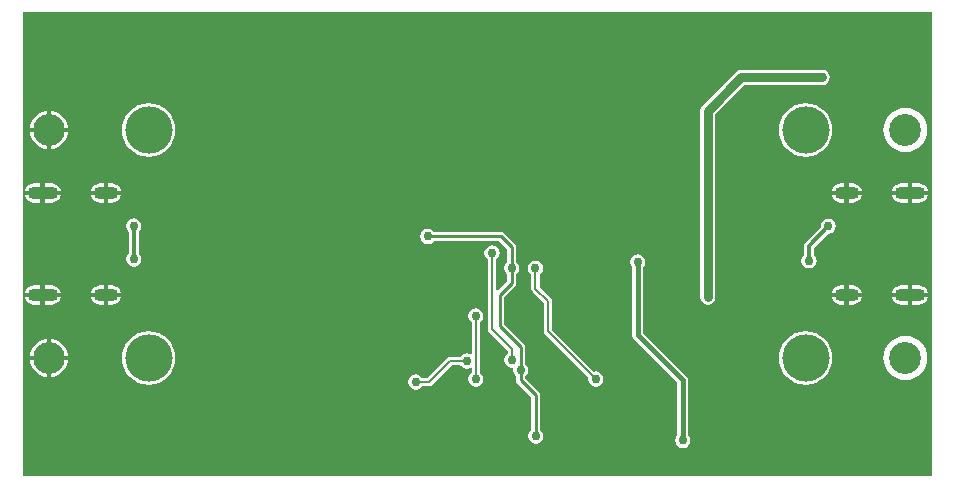
<source format=gbr>
%TF.GenerationSoftware,Altium Limited,CircuitMaker,2.0.2 (2.0.2.40)*%
G04 Layer_Physical_Order=2*
G04 Layer_Color=11436288*
%FSLAX25Y25*%
%MOIN*%
%TF.SameCoordinates,4CCF3E00-E941-4990-BDAE-273065C54DFB*%
%TF.FilePolarity,Positive*%
%TF.FileFunction,Copper,L2,Bot,Signal*%
%TF.Part,Single*%
G01*
G75*
%TA.AperFunction,Conductor*%
%ADD28C,0.03000*%
%ADD29C,0.01200*%
%ADD30C,0.00700*%
%TA.AperFunction,ComponentPad*%
%ADD42C,0.15748*%
%ADD43C,0.10630*%
%ADD44O,0.10236X0.04331*%
%ADD45O,0.08268X0.04331*%
%TA.AperFunction,ViaPad*%
%ADD46C,0.03000*%
%ADD47C,0.01968*%
%TA.AperFunction,Conductor*%
%ADD48C,0.01000*%
%ADD49C,0.01500*%
G36*
X404471Y101529D02*
X101529D01*
Y256471D01*
X404471D01*
Y101529D01*
D02*
G37*
%LPC*%
G36*
X111033Y223264D02*
Y217742D01*
X116555D01*
X116507Y218230D01*
X116146Y219421D01*
X115560Y220517D01*
X114770Y221479D01*
X113809Y222268D01*
X112712Y222855D01*
X111521Y223216D01*
X111033Y223264D01*
D02*
G37*
G36*
X109534D02*
X109046Y223216D01*
X107855Y222855D01*
X106758Y222268D01*
X105797Y221479D01*
X105007Y220517D01*
X104421Y219421D01*
X104060Y218230D01*
X104012Y217742D01*
X109534D01*
Y223264D01*
D02*
G37*
G36*
X116555Y216242D02*
X111033D01*
Y210720D01*
X111521Y210769D01*
X112712Y211130D01*
X113809Y211716D01*
X114770Y212505D01*
X115560Y213467D01*
X116146Y214564D01*
X116507Y215754D01*
X116555Y216242D01*
D02*
G37*
G36*
X109534D02*
X104012D01*
X104060Y215754D01*
X104421Y214564D01*
X105007Y213467D01*
X105797Y212505D01*
X106758Y211716D01*
X107855Y211130D01*
X109046Y210769D01*
X109534Y210720D01*
Y216242D01*
D02*
G37*
G36*
X395717Y224342D02*
X394283Y224201D01*
X392904Y223783D01*
X391633Y223104D01*
X390519Y222190D01*
X389605Y221076D01*
X388926Y219805D01*
X388507Y218426D01*
X388366Y216992D01*
X388507Y215558D01*
X388926Y214179D01*
X389605Y212909D01*
X390519Y211795D01*
X391633Y210880D01*
X392904Y210201D01*
X394283Y209783D01*
X395717Y209642D01*
X397150Y209783D01*
X398529Y210201D01*
X399800Y210880D01*
X400914Y211795D01*
X401828Y212909D01*
X402507Y214179D01*
X402926Y215558D01*
X403067Y216992D01*
X402926Y218426D01*
X402507Y219805D01*
X401828Y221076D01*
X400914Y222190D01*
X399800Y223104D01*
X398529Y223783D01*
X397150Y224201D01*
X395717Y224342D01*
D02*
G37*
G36*
X362488Y225909D02*
X360749Y225738D01*
X359076Y225230D01*
X357534Y224406D01*
X356183Y223297D01*
X355074Y221946D01*
X354250Y220405D01*
X353743Y218732D01*
X353571Y216992D01*
X353743Y215252D01*
X354250Y213580D01*
X355074Y212038D01*
X356183Y210687D01*
X357534Y209578D01*
X359076Y208754D01*
X360749Y208246D01*
X362488Y208075D01*
X364228Y208246D01*
X365901Y208754D01*
X367442Y209578D01*
X368793Y210687D01*
X369902Y212038D01*
X370726Y213580D01*
X371234Y215252D01*
X371405Y216992D01*
X371234Y218732D01*
X370726Y220405D01*
X369902Y221946D01*
X368793Y223297D01*
X367442Y224406D01*
X365901Y225230D01*
X364228Y225738D01*
X362488Y225909D01*
D02*
G37*
G36*
X143512D02*
X141772Y225738D01*
X140099Y225230D01*
X138558Y224406D01*
X137207Y223297D01*
X136098Y221946D01*
X135274Y220405D01*
X134766Y218732D01*
X134595Y216992D01*
X134766Y215252D01*
X135274Y213580D01*
X136098Y212038D01*
X137207Y210687D01*
X138558Y209578D01*
X140099Y208754D01*
X141772Y208246D01*
X143512Y208075D01*
X145251Y208246D01*
X146924Y208754D01*
X148466Y209578D01*
X149817Y210687D01*
X150926Y212038D01*
X151750Y213580D01*
X152257Y215252D01*
X152429Y216992D01*
X152257Y218732D01*
X151750Y220405D01*
X150926Y221946D01*
X149817Y223297D01*
X148466Y224406D01*
X146924Y225230D01*
X145251Y225738D01*
X143512Y225909D01*
D02*
G37*
G36*
X400252Y199200D02*
X398049D01*
Y196758D01*
X403346D01*
X403336Y196834D01*
X403017Y197604D01*
X402509Y198265D01*
X401848Y198773D01*
X401078Y199092D01*
X400252Y199200D01*
D02*
G37*
G36*
X396549D02*
X394346D01*
X393520Y199092D01*
X392750Y198773D01*
X392089Y198265D01*
X391582Y197604D01*
X391263Y196834D01*
X391252Y196758D01*
X396549D01*
Y199200D01*
D02*
G37*
G36*
X378165D02*
X376947D01*
Y196758D01*
X381259D01*
X381249Y196834D01*
X380930Y197604D01*
X380423Y198265D01*
X379762Y198773D01*
X378992Y199092D01*
X378165Y199200D01*
D02*
G37*
G36*
X375447D02*
X374228D01*
X373402Y199092D01*
X372632Y198773D01*
X371971Y198265D01*
X371463Y197604D01*
X371145Y196834D01*
X371134Y196758D01*
X375447D01*
Y199200D01*
D02*
G37*
G36*
X131272Y199200D02*
X130053D01*
Y196758D01*
X134366D01*
X134355Y196834D01*
X134037Y197604D01*
X133529Y198265D01*
X132868Y198773D01*
X132098Y199092D01*
X131272Y199200D01*
D02*
G37*
G36*
X128553D02*
X127335D01*
X126508Y199092D01*
X125738Y198773D01*
X125077Y198265D01*
X124570Y197604D01*
X124251Y196834D01*
X124241Y196758D01*
X128553D01*
Y199200D01*
D02*
G37*
G36*
X111153D02*
X108951D01*
Y196758D01*
X114248D01*
X114237Y196834D01*
X113918Y197604D01*
X113411Y198265D01*
X112750Y198773D01*
X111980Y199092D01*
X111153Y199200D01*
D02*
G37*
G36*
X107451D02*
X105248D01*
X104422Y199092D01*
X103652Y198773D01*
X102990Y198265D01*
X102483Y197604D01*
X102164Y196834D01*
X102154Y196758D01*
X107451D01*
Y199200D01*
D02*
G37*
G36*
X403346Y195258D02*
X398049D01*
Y192815D01*
X400252D01*
X401078Y192924D01*
X401848Y193243D01*
X402509Y193750D01*
X403017Y194412D01*
X403336Y195182D01*
X403346Y195258D01*
D02*
G37*
G36*
X396549D02*
X391252D01*
X391263Y195182D01*
X391582Y194412D01*
X392089Y193750D01*
X392750Y193243D01*
X393520Y192924D01*
X394346Y192815D01*
X396549D01*
Y195258D01*
D02*
G37*
G36*
X381259D02*
X376947D01*
Y192815D01*
X378165D01*
X378992Y192924D01*
X379762Y193243D01*
X380423Y193750D01*
X380930Y194412D01*
X381249Y195182D01*
X381259Y195258D01*
D02*
G37*
G36*
X375447D02*
X371134D01*
X371145Y195182D01*
X371463Y194412D01*
X371971Y193750D01*
X372632Y193243D01*
X373402Y192924D01*
X374228Y192815D01*
X375447D01*
Y195258D01*
D02*
G37*
G36*
X134366Y195258D02*
X130053D01*
Y192815D01*
X131272D01*
X132098Y192924D01*
X132868Y193243D01*
X133529Y193750D01*
X134037Y194412D01*
X134355Y195182D01*
X134366Y195258D01*
D02*
G37*
G36*
X128553D02*
X124241D01*
X124251Y195182D01*
X124570Y194412D01*
X125077Y193750D01*
X125738Y193243D01*
X126508Y192924D01*
X127335Y192815D01*
X128553D01*
Y195258D01*
D02*
G37*
G36*
X114248D02*
X108951D01*
Y192815D01*
X111153D01*
X111980Y192924D01*
X112750Y193243D01*
X113411Y193750D01*
X113918Y194412D01*
X114237Y195182D01*
X114248Y195258D01*
D02*
G37*
G36*
X107451D02*
X102154D01*
X102164Y195182D01*
X102483Y194412D01*
X102990Y193750D01*
X103652Y193243D01*
X104422Y192924D01*
X105248Y192815D01*
X107451D01*
Y195258D01*
D02*
G37*
G36*
X370094Y187454D02*
X369119Y187260D01*
X368292Y186708D01*
X367740Y185881D01*
X367546Y184906D01*
X367586Y184704D01*
X362347Y179465D01*
X361993Y178935D01*
X361869Y178311D01*
Y175233D01*
X361808Y175192D01*
X361255Y174365D01*
X361061Y173390D01*
X361255Y172414D01*
X361808Y171587D01*
X362635Y171035D01*
X363610Y170841D01*
X364586Y171035D01*
X365413Y171587D01*
X365965Y172414D01*
X366159Y173390D01*
X365965Y174365D01*
X365413Y175192D01*
X365131Y175380D01*
Y177635D01*
X369893Y182397D01*
X370094Y182357D01*
X371070Y182551D01*
X371897Y183103D01*
X372449Y183930D01*
X372643Y184906D01*
X372449Y185881D01*
X371897Y186708D01*
X371070Y187260D01*
X370094Y187454D01*
D02*
G37*
G36*
X138500Y187549D02*
X137524Y187355D01*
X136698Y186802D01*
X136145Y185976D01*
X135951Y185000D01*
X136145Y184025D01*
X136698Y183198D01*
X136869Y183083D01*
Y175917D01*
X136698Y175802D01*
X136145Y174976D01*
X135951Y174000D01*
X136145Y173024D01*
X136698Y172198D01*
X137524Y171645D01*
X138500Y171451D01*
X139476Y171645D01*
X140302Y172198D01*
X140855Y173024D01*
X141049Y174000D01*
X140855Y174976D01*
X140302Y175802D01*
X140131Y175917D01*
Y183083D01*
X140302Y183198D01*
X140855Y184025D01*
X141049Y185000D01*
X140855Y185976D01*
X140302Y186802D01*
X139476Y187355D01*
X138500Y187549D01*
D02*
G37*
G36*
X236500Y184049D02*
X235525Y183855D01*
X234698Y183302D01*
X234145Y182475D01*
X233951Y181500D01*
X234145Y180525D01*
X234698Y179698D01*
X235525Y179145D01*
X236500Y178951D01*
X237475Y179145D01*
X238302Y179698D01*
X238485Y179971D01*
X260367D01*
X263034Y177304D01*
Y172985D01*
X262761Y172802D01*
X262208Y171976D01*
X262014Y171000D01*
X262208Y170025D01*
X262761Y169198D01*
X263034Y169015D01*
Y166697D01*
X259876Y163539D01*
X259377Y163746D01*
Y173913D01*
X259802Y174198D01*
X260355Y175024D01*
X260549Y176000D01*
X260355Y176976D01*
X259802Y177802D01*
X258976Y178355D01*
X258000Y178549D01*
X257025Y178355D01*
X256198Y177802D01*
X255645Y176976D01*
X255451Y176000D01*
X255645Y175024D01*
X256198Y174198D01*
X256624Y173913D01*
Y150500D01*
X256728Y149973D01*
X257027Y149527D01*
X263123Y143430D01*
Y142422D01*
X262698Y142137D01*
X262145Y141310D01*
X261951Y140335D01*
X262145Y139359D01*
X262698Y138532D01*
X263525Y137980D01*
X264500Y137786D01*
X264691Y137824D01*
X265044Y137470D01*
X264951Y137000D01*
X265145Y136024D01*
X265698Y135198D01*
X265971Y135015D01*
Y133500D01*
X266087Y132915D01*
X266419Y132419D01*
X270971Y127866D01*
Y116985D01*
X270698Y116802D01*
X270145Y115975D01*
X269951Y115000D01*
X270145Y114024D01*
X270698Y113198D01*
X271525Y112645D01*
X272500Y112451D01*
X273476Y112645D01*
X274302Y113198D01*
X274855Y114024D01*
X275049Y115000D01*
X274855Y115975D01*
X274302Y116802D01*
X274029Y116985D01*
Y128500D01*
X273913Y129085D01*
X273581Y129581D01*
X269029Y134134D01*
Y135015D01*
X269302Y135198D01*
X269855Y136024D01*
X270049Y137000D01*
X269855Y137976D01*
X269302Y138802D01*
X269029Y138985D01*
Y144500D01*
X268932Y144988D01*
X268913Y145085D01*
X268581Y145581D01*
X262029Y152134D01*
Y161366D01*
X265644Y164981D01*
X265976Y165478D01*
X266092Y166063D01*
Y169015D01*
X266365Y169198D01*
X266918Y170025D01*
X267112Y171000D01*
X266918Y171976D01*
X266365Y172802D01*
X266092Y172985D01*
Y177937D01*
X265976Y178522D01*
X265644Y179018D01*
X262081Y182581D01*
X261585Y182913D01*
X261000Y183029D01*
X238485D01*
X238302Y183302D01*
X237475Y183855D01*
X236500Y184049D01*
D02*
G37*
G36*
X400252Y165185D02*
X398049D01*
Y162742D01*
X403346D01*
X403336Y162819D01*
X403017Y163589D01*
X402509Y164250D01*
X401848Y164757D01*
X401078Y165076D01*
X400252Y165185D01*
D02*
G37*
G36*
X396549D02*
X394346D01*
X393520Y165076D01*
X392750Y164757D01*
X392089Y164250D01*
X391582Y163589D01*
X391263Y162819D01*
X391252Y162742D01*
X396549D01*
Y165185D01*
D02*
G37*
G36*
X378165D02*
X376947D01*
Y162742D01*
X381259D01*
X381249Y162819D01*
X380930Y163589D01*
X380423Y164250D01*
X379762Y164757D01*
X378992Y165076D01*
X378165Y165185D01*
D02*
G37*
G36*
X375447D02*
X374228D01*
X373402Y165076D01*
X372632Y164757D01*
X371971Y164250D01*
X371463Y163589D01*
X371145Y162819D01*
X371134Y162742D01*
X375447D01*
Y165185D01*
D02*
G37*
G36*
X131272Y165185D02*
X130053D01*
Y162742D01*
X134366D01*
X134355Y162818D01*
X134037Y163588D01*
X133529Y164250D01*
X132868Y164757D01*
X132098Y165076D01*
X131272Y165185D01*
D02*
G37*
G36*
X128553D02*
X127335D01*
X126508Y165076D01*
X125738Y164757D01*
X125077Y164250D01*
X124570Y163588D01*
X124251Y162818D01*
X124241Y162742D01*
X128553D01*
Y165185D01*
D02*
G37*
G36*
X111153D02*
X108951D01*
Y162742D01*
X114248D01*
X114237Y162818D01*
X113918Y163588D01*
X113411Y164250D01*
X112750Y164757D01*
X111980Y165076D01*
X111153Y165185D01*
D02*
G37*
G36*
X107451D02*
X105248D01*
X104422Y165076D01*
X103652Y164757D01*
X102990Y164250D01*
X102483Y163588D01*
X102164Y162818D01*
X102154Y162742D01*
X107451D01*
Y165185D01*
D02*
G37*
G36*
X403346Y161242D02*
X398049D01*
Y158800D01*
X400252D01*
X401078Y158908D01*
X401848Y159227D01*
X402509Y159735D01*
X403017Y160396D01*
X403336Y161166D01*
X403346Y161242D01*
D02*
G37*
G36*
X396549D02*
X391252D01*
X391263Y161166D01*
X391582Y160396D01*
X392089Y159735D01*
X392750Y159227D01*
X393520Y158908D01*
X394346Y158800D01*
X396549D01*
Y161242D01*
D02*
G37*
G36*
X381259D02*
X376947D01*
Y158800D01*
X378165D01*
X378992Y158908D01*
X379762Y159227D01*
X380423Y159735D01*
X380930Y160396D01*
X381249Y161166D01*
X381259Y161242D01*
D02*
G37*
G36*
X375447D02*
X371134D01*
X371145Y161166D01*
X371463Y160396D01*
X371971Y159735D01*
X372632Y159227D01*
X373402Y158908D01*
X374228Y158800D01*
X375447D01*
Y161242D01*
D02*
G37*
G36*
X134366Y161242D02*
X130053D01*
Y158800D01*
X131272D01*
X132098Y158908D01*
X132868Y159227D01*
X133529Y159735D01*
X134037Y160396D01*
X134355Y161166D01*
X134366Y161242D01*
D02*
G37*
G36*
X128553D02*
X124241D01*
X124251Y161166D01*
X124570Y160396D01*
X125077Y159735D01*
X125738Y159227D01*
X126508Y158908D01*
X127335Y158800D01*
X128553D01*
Y161242D01*
D02*
G37*
G36*
X114248D02*
X108951D01*
Y158800D01*
X111153D01*
X111980Y158908D01*
X112750Y159227D01*
X113411Y159735D01*
X113918Y160396D01*
X114237Y161166D01*
X114248Y161242D01*
D02*
G37*
G36*
X107451D02*
X102154D01*
X102164Y161166D01*
X102483Y160396D01*
X102990Y159735D01*
X103652Y159227D01*
X104422Y158908D01*
X105248Y158800D01*
X107451D01*
Y161242D01*
D02*
G37*
G36*
X368000Y237049D02*
X341000D01*
X340024Y236855D01*
X339198Y236302D01*
X328028Y225133D01*
X327476Y224306D01*
X327282Y223331D01*
Y161331D01*
X327476Y160355D01*
X328028Y159528D01*
X328855Y158976D01*
X329831Y158782D01*
X330806Y158976D01*
X331633Y159528D01*
X332186Y160355D01*
X332380Y161331D01*
Y222275D01*
X342056Y231951D01*
X368000D01*
X368975Y232145D01*
X369802Y232698D01*
X370355Y233524D01*
X370549Y234500D01*
X370355Y235475D01*
X369802Y236302D01*
X368975Y236855D01*
X368000Y237049D01*
D02*
G37*
G36*
X252500Y157549D02*
X251524Y157355D01*
X250698Y156802D01*
X250145Y155975D01*
X249951Y155000D01*
X250145Y154025D01*
X250698Y153198D01*
X251123Y152913D01*
Y142452D01*
X250683Y142217D01*
X250476Y142355D01*
X249500Y142549D01*
X248524Y142355D01*
X247698Y141802D01*
X247413Y141376D01*
X244000D01*
X243473Y141272D01*
X243027Y140973D01*
X243027Y140973D01*
X236430Y134376D01*
X234587D01*
X234302Y134802D01*
X233475Y135355D01*
X232500Y135549D01*
X231524Y135355D01*
X230698Y134802D01*
X230145Y133976D01*
X229951Y133000D01*
X230145Y132025D01*
X230698Y131198D01*
X231524Y130645D01*
X232500Y130451D01*
X233475Y130645D01*
X234302Y131198D01*
X234587Y131624D01*
X237000D01*
X237527Y131728D01*
X237973Y132027D01*
X244570Y138624D01*
X247413D01*
X247698Y138198D01*
X248524Y137645D01*
X249500Y137451D01*
X250476Y137645D01*
X250683Y137783D01*
X251123Y137548D01*
Y136087D01*
X250698Y135802D01*
X250145Y134976D01*
X249951Y134000D01*
X250145Y133025D01*
X250698Y132198D01*
X251524Y131645D01*
X252500Y131451D01*
X253475Y131645D01*
X254302Y132198D01*
X254855Y133025D01*
X255049Y134000D01*
X254855Y134976D01*
X254302Y135802D01*
X253876Y136087D01*
Y152913D01*
X254302Y153198D01*
X254855Y154025D01*
X255049Y155000D01*
X254855Y155975D01*
X254302Y156802D01*
X253475Y157355D01*
X252500Y157549D01*
D02*
G37*
G36*
X111033Y147280D02*
Y141758D01*
X116555D01*
X116507Y142246D01*
X116146Y143436D01*
X115560Y144533D01*
X114770Y145495D01*
X113809Y146284D01*
X112712Y146870D01*
X111521Y147231D01*
X111033Y147280D01*
D02*
G37*
G36*
X109534D02*
X109046Y147231D01*
X107855Y146870D01*
X106758Y146284D01*
X105797Y145495D01*
X105007Y144533D01*
X104421Y143436D01*
X104060Y142246D01*
X104012Y141758D01*
X109534D01*
Y147280D01*
D02*
G37*
G36*
X116555Y140258D02*
X111033D01*
Y134736D01*
X111521Y134784D01*
X112712Y135145D01*
X113809Y135732D01*
X114770Y136521D01*
X115560Y137483D01*
X116146Y138579D01*
X116507Y139770D01*
X116555Y140258D01*
D02*
G37*
G36*
X109534D02*
X104012D01*
X104060Y139770D01*
X104421Y138579D01*
X105007Y137483D01*
X105797Y136521D01*
X106758Y135732D01*
X107855Y135145D01*
X109046Y134784D01*
X109534Y134736D01*
Y140258D01*
D02*
G37*
G36*
X395717Y148358D02*
X394283Y148217D01*
X392904Y147799D01*
X391633Y147119D01*
X390519Y146205D01*
X389605Y145091D01*
X388926Y143821D01*
X388507Y142442D01*
X388366Y141008D01*
X388507Y139574D01*
X388926Y138195D01*
X389605Y136924D01*
X390519Y135810D01*
X391633Y134896D01*
X392904Y134217D01*
X394283Y133799D01*
X395717Y133658D01*
X397150Y133799D01*
X398529Y134217D01*
X399800Y134896D01*
X400914Y135810D01*
X401828Y136924D01*
X402507Y138195D01*
X402926Y139574D01*
X403067Y141008D01*
X402926Y142442D01*
X402507Y143821D01*
X401828Y145091D01*
X400914Y146205D01*
X399800Y147119D01*
X398529Y147799D01*
X397150Y148217D01*
X395717Y148358D01*
D02*
G37*
G36*
X362488Y149925D02*
X360749Y149753D01*
X359076Y149246D01*
X357534Y148422D01*
X356183Y147313D01*
X355074Y145962D01*
X354250Y144420D01*
X353743Y142747D01*
X353571Y141008D01*
X353743Y139268D01*
X354250Y137595D01*
X355074Y136054D01*
X356183Y134703D01*
X357534Y133594D01*
X359076Y132770D01*
X360749Y132262D01*
X362488Y132091D01*
X364228Y132262D01*
X365901Y132770D01*
X367442Y133594D01*
X368793Y134703D01*
X369902Y136054D01*
X370726Y137595D01*
X371234Y139268D01*
X371405Y141008D01*
X371234Y142747D01*
X370726Y144420D01*
X369902Y145962D01*
X368793Y147313D01*
X367442Y148422D01*
X365901Y149246D01*
X364228Y149753D01*
X362488Y149925D01*
D02*
G37*
G36*
X143512D02*
X141772Y149753D01*
X140099Y149246D01*
X138558Y148422D01*
X137207Y147313D01*
X136098Y145962D01*
X135274Y144420D01*
X134766Y142747D01*
X134595Y141008D01*
X134766Y139268D01*
X135274Y137595D01*
X136098Y136054D01*
X137207Y134703D01*
X138558Y133594D01*
X140099Y132770D01*
X141772Y132262D01*
X143512Y132091D01*
X145251Y132262D01*
X146924Y132770D01*
X148466Y133594D01*
X149817Y134703D01*
X150926Y136054D01*
X151750Y137595D01*
X152257Y139268D01*
X152429Y141008D01*
X152257Y142747D01*
X151750Y144420D01*
X150926Y145962D01*
X149817Y147313D01*
X148466Y148422D01*
X146924Y149246D01*
X145251Y149753D01*
X143512Y149925D01*
D02*
G37*
G36*
X272437Y173486D02*
X271462Y173292D01*
X270635Y172739D01*
X270082Y171912D01*
X269888Y170937D01*
X270082Y169962D01*
X270635Y169135D01*
X271061Y168850D01*
Y164063D01*
X271165Y163536D01*
X271464Y163090D01*
X275223Y159330D01*
Y149900D01*
X275328Y149373D01*
X275627Y148927D01*
X290051Y134502D01*
X289951Y134000D01*
X290145Y133025D01*
X290698Y132198D01*
X291525Y131645D01*
X292500Y131451D01*
X293476Y131645D01*
X294302Y132198D01*
X294855Y133025D01*
X295049Y134000D01*
X294855Y134976D01*
X294302Y135802D01*
X293476Y136355D01*
X292500Y136549D01*
X291998Y136449D01*
X277976Y150470D01*
Y159900D01*
X277872Y160427D01*
X277573Y160873D01*
X273814Y164633D01*
Y168850D01*
X274239Y169135D01*
X274792Y169962D01*
X274986Y170937D01*
X274792Y171912D01*
X274239Y172739D01*
X273412Y173292D01*
X272437Y173486D01*
D02*
G37*
G36*
X306500Y175549D02*
X305524Y175355D01*
X304698Y174802D01*
X304145Y173976D01*
X303951Y173000D01*
X304145Y172025D01*
X304698Y171198D01*
X304716Y171186D01*
Y148500D01*
X304852Y147817D01*
X305238Y147238D01*
X319716Y132761D01*
Y115314D01*
X319698Y115302D01*
X319145Y114476D01*
X318951Y113500D01*
X319145Y112524D01*
X319698Y111698D01*
X320525Y111145D01*
X321500Y110951D01*
X322476Y111145D01*
X323302Y111698D01*
X323855Y112524D01*
X324049Y113500D01*
X323855Y114476D01*
X323302Y115302D01*
X323284Y115314D01*
Y133500D01*
X323148Y134183D01*
X322762Y134762D01*
X322762Y134762D01*
X308284Y149239D01*
Y171186D01*
X308302Y171198D01*
X308855Y172025D01*
X309049Y173000D01*
X308855Y173976D01*
X308302Y174802D01*
X307475Y175355D01*
X306500Y175549D01*
D02*
G37*
%LPD*%
D28*
X341000Y234500D02*
X368000D01*
X329831Y223331D02*
X341000Y234500D01*
X329831Y161331D02*
Y223331D01*
D29*
X363500Y178311D02*
X370094Y184906D01*
X363610Y173390D02*
X364000Y173000D01*
X363500Y173500D02*
Y178311D01*
Y173500D02*
X363610Y173390D01*
X138500Y174000D02*
Y185000D01*
D30*
X258000Y150500D02*
Y176000D01*
Y150500D02*
X264500Y144000D01*
Y140335D02*
Y144000D01*
X244000Y140000D02*
X249500D01*
X237000Y133000D02*
X244000Y140000D01*
X232500Y133000D02*
X237000D01*
X252500Y134000D02*
Y155000D01*
X272437Y164063D02*
Y170937D01*
X276600Y149900D02*
X292500Y134000D01*
X276600Y149900D02*
Y159900D01*
X272437Y164063D02*
X276600Y159900D01*
D42*
X143512Y141008D02*
D03*
Y216992D02*
D03*
X362488Y141008D02*
D03*
Y216992D02*
D03*
D43*
X395717Y141008D02*
D03*
X110284D02*
D03*
Y216992D02*
D03*
X395717D02*
D03*
D44*
X397299Y196008D02*
D03*
Y161992D02*
D03*
X108201Y161992D02*
D03*
Y196008D02*
D03*
D45*
X376197Y196008D02*
D03*
Y161992D02*
D03*
X129303Y161992D02*
D03*
Y196008D02*
D03*
D46*
X227500Y168000D02*
D03*
X272437Y170937D02*
D03*
X264563Y171000D02*
D03*
X268500Y169000D02*
D03*
X258000Y176000D02*
D03*
X232500Y133000D02*
D03*
X249500Y140000D02*
D03*
X272500Y115000D02*
D03*
X267500Y137000D02*
D03*
X282500Y115000D02*
D03*
X252500Y134000D02*
D03*
Y155000D02*
D03*
X242500Y150000D02*
D03*
X232500D02*
D03*
X222500D02*
D03*
X264500Y140335D02*
D03*
X270500D02*
D03*
X262500Y115000D02*
D03*
X329831Y161331D02*
D03*
X294500Y190500D02*
D03*
X302500D02*
D03*
X298500D02*
D03*
X318500D02*
D03*
X314500D02*
D03*
X310000D02*
D03*
X316000Y151500D02*
D03*
X306500Y173000D02*
D03*
X292500Y134000D02*
D03*
Y115000D02*
D03*
X321500Y113500D02*
D03*
X236500Y181500D02*
D03*
X368000Y234500D02*
D03*
X370094Y184906D02*
D03*
X363610Y173390D02*
D03*
X162500Y181000D02*
D03*
Y190000D02*
D03*
X138500Y174000D02*
D03*
Y185000D02*
D03*
D47*
X272831Y158000D02*
D03*
Y153669D02*
D03*
X268500Y158000D02*
D03*
Y153669D02*
D03*
X264169Y158000D02*
D03*
Y153669D02*
D03*
D48*
X267500Y137000D02*
Y144500D01*
X260500Y151500D02*
X267500Y144500D01*
X260500Y151500D02*
Y162000D01*
X264563Y166063D01*
X267500Y133500D02*
Y137000D01*
Y133500D02*
X272500Y128500D01*
Y115000D02*
Y128500D01*
X261000Y181500D02*
X264563Y177937D01*
X236500Y181500D02*
X261000D01*
X264563Y166063D02*
Y171000D01*
Y177937D01*
D49*
X306500Y148500D02*
Y173000D01*
X321500Y113500D02*
Y133500D01*
X306500Y148500D02*
X321500Y133500D01*
%TF.MD5,1319f1599f69694e70b929db30b509de*%
M02*

</source>
